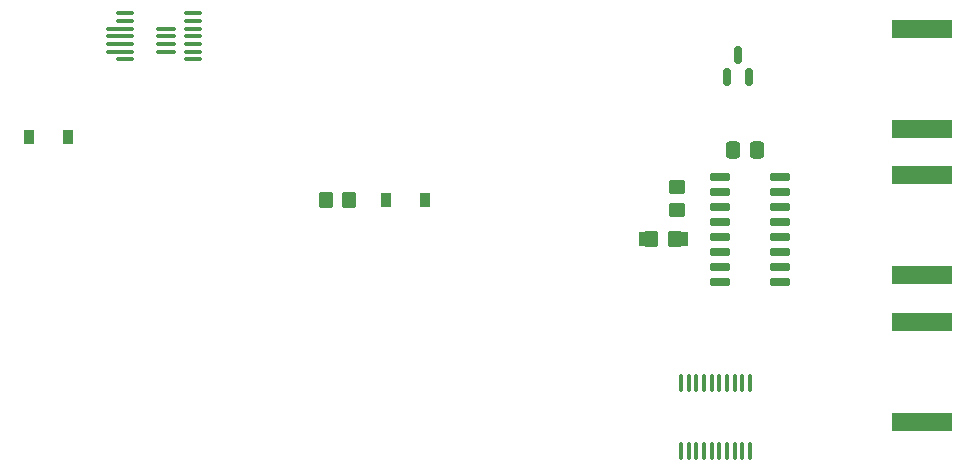
<source format=gbr>
%TF.GenerationSoftware,KiCad,Pcbnew,6.0.5*%
%TF.CreationDate,2022-07-05T02:57:13+02:00*%
%TF.ProjectId,glitcher,676c6974-6368-4657-922e-6b696361645f,4*%
%TF.SameCoordinates,Original*%
%TF.FileFunction,Paste,Bot*%
%TF.FilePolarity,Positive*%
%FSLAX46Y46*%
G04 Gerber Fmt 4.6, Leading zero omitted, Abs format (unit mm)*
G04 Created by KiCad (PCBNEW 6.0.5) date 2022-07-05 02:57:13*
%MOMM*%
%LPD*%
G01*
G04 APERTURE LIST*
G04 Aperture macros list*
%AMRoundRect*
0 Rectangle with rounded corners*
0 $1 Rounding radius*
0 $2 $3 $4 $5 $6 $7 $8 $9 X,Y pos of 4 corners*
0 Add a 4 corners polygon primitive as box body*
4,1,4,$2,$3,$4,$5,$6,$7,$8,$9,$2,$3,0*
0 Add four circle primitives for the rounded corners*
1,1,$1+$1,$2,$3*
1,1,$1+$1,$4,$5*
1,1,$1+$1,$6,$7*
1,1,$1+$1,$8,$9*
0 Add four rect primitives between the rounded corners*
20,1,$1+$1,$2,$3,$4,$5,0*
20,1,$1+$1,$4,$5,$6,$7,0*
20,1,$1+$1,$6,$7,$8,$9,0*
20,1,$1+$1,$8,$9,$2,$3,0*%
G04 Aperture macros list end*
%ADD10R,5.080000X1.500000*%
%ADD11R,0.900000X1.200000*%
%ADD12RoundRect,0.100000X-0.637500X-0.100000X0.637500X-0.100000X0.637500X0.100000X-0.637500X0.100000X0*%
%ADD13RoundRect,0.250000X0.450000X-0.350000X0.450000X0.350000X-0.450000X0.350000X-0.450000X-0.350000X0*%
%ADD14RoundRect,0.250000X0.337500X0.475000X-0.337500X0.475000X-0.337500X-0.475000X0.337500X-0.475000X0*%
%ADD15RoundRect,0.100000X0.100000X-0.637500X0.100000X0.637500X-0.100000X0.637500X-0.100000X-0.637500X0*%
%ADD16RoundRect,0.250000X-0.350000X-0.450000X0.350000X-0.450000X0.350000X0.450000X-0.350000X0.450000X0*%
%ADD17RoundRect,0.100000X-0.712500X-0.100000X0.712500X-0.100000X0.712500X0.100000X-0.712500X0.100000X0*%
%ADD18RoundRect,0.150000X0.150000X-0.587500X0.150000X0.587500X-0.150000X0.587500X-0.150000X-0.587500X0*%
%ADD19RoundRect,0.150000X0.725000X0.150000X-0.725000X0.150000X-0.725000X-0.150000X0.725000X-0.150000X0*%
G04 APERTURE END LIST*
D10*
%TO.C,J206*%
X159845000Y-83037000D03*
X159845000Y-91537000D03*
%TD*%
%TO.C,J204*%
X159888000Y-95445000D03*
X159888000Y-103945000D03*
%TD*%
%TO.C,J203*%
X159888000Y-107891000D03*
X159888000Y-116391000D03*
%TD*%
D11*
%TO.C,D100*%
X84202000Y-92202000D03*
X87502000Y-92202000D03*
%TD*%
D12*
%TO.C,U401c1*%
X92387500Y-85643000D03*
X92387500Y-84993000D03*
X92387500Y-84343000D03*
X92387500Y-83693000D03*
X92387500Y-83043000D03*
X92387500Y-82393000D03*
X92387500Y-81743000D03*
X98112500Y-81743000D03*
X98112500Y-82393000D03*
X98112500Y-83043000D03*
X98112500Y-83693000D03*
X98112500Y-84343000D03*
X98112500Y-84993000D03*
X98112500Y-85643000D03*
%TD*%
D13*
%TO.C,R401*%
X139065000Y-98425000D03*
X139065000Y-96425000D03*
%TD*%
D11*
%TO.C,D101*%
X114428000Y-97536000D03*
X117728000Y-97536000D03*
%TD*%
D14*
%TO.C,C400*%
X145919100Y-93319600D03*
X143844100Y-93319600D03*
%TD*%
D15*
%TO.C,U200*%
X145292000Y-118813500D03*
X144642000Y-118813500D03*
X143992000Y-118813500D03*
X143342000Y-118813500D03*
X142692000Y-118813500D03*
X142042000Y-118813500D03*
X141392000Y-118813500D03*
X140742000Y-118813500D03*
X140092000Y-118813500D03*
X139442000Y-118813500D03*
X139442000Y-113088500D03*
X140092000Y-113088500D03*
X140742000Y-113088500D03*
X141392000Y-113088500D03*
X142042000Y-113088500D03*
X142692000Y-113088500D03*
X143342000Y-113088500D03*
X143992000Y-113088500D03*
X144642000Y-113088500D03*
X145292000Y-113088500D03*
%TD*%
D16*
%TO.C,R400*%
X136893500Y-100838000D03*
X138893500Y-100838000D03*
%TD*%
D11*
%TO.C,D400*%
X136271000Y-100838000D03*
X139571000Y-100838000D03*
%TD*%
D17*
%TO.C,U401b/c*%
X91613500Y-85001819D03*
X91613500Y-84351819D03*
X91613500Y-83701819D03*
X91613500Y-83051819D03*
X95838500Y-83051819D03*
X95838500Y-83701819D03*
X95838500Y-84351819D03*
X95838500Y-85001819D03*
%TD*%
D18*
%TO.C,Q301*%
X145222000Y-87170500D03*
X143322000Y-87170500D03*
X144272000Y-85295500D03*
%TD*%
D19*
%TO.C,U400*%
X147863000Y-95631000D03*
X147863000Y-96901000D03*
X147863000Y-98171000D03*
X147863000Y-99441000D03*
X147863000Y-100711000D03*
X147863000Y-101981000D03*
X147863000Y-103251000D03*
X147863000Y-104521000D03*
X142713000Y-104521000D03*
X142713000Y-103251000D03*
X142713000Y-101981000D03*
X142713000Y-100711000D03*
X142713000Y-99441000D03*
X142713000Y-98171000D03*
X142713000Y-96901000D03*
X142713000Y-95631000D03*
%TD*%
D16*
%TO.C,R1*%
X109363000Y-97536000D03*
X111363000Y-97536000D03*
%TD*%
M02*

</source>
